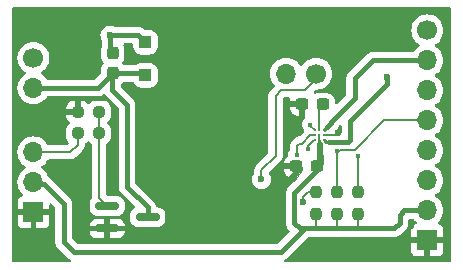
<source format=gtl>
G04 #@! TF.GenerationSoftware,KiCad,Pcbnew,8.0.4*
G04 #@! TF.CreationDate,2024-09-19T17:48:01+02:00*
G04 #@! TF.ProjectId,vibration-motor,76696272-6174-4696-9f6e-2d6d6f746f72,rev?*
G04 #@! TF.SameCoordinates,Original*
G04 #@! TF.FileFunction,Copper,L1,Top*
G04 #@! TF.FilePolarity,Positive*
%FSLAX46Y46*%
G04 Gerber Fmt 4.6, Leading zero omitted, Abs format (unit mm)*
G04 Created by KiCad (PCBNEW 8.0.4) date 2024-09-19 17:48:01*
%MOMM*%
%LPD*%
G01*
G04 APERTURE LIST*
G04 Aperture macros list*
%AMRoundRect*
0 Rectangle with rounded corners*
0 $1 Rounding radius*
0 $2 $3 $4 $5 $6 $7 $8 $9 X,Y pos of 4 corners*
0 Add a 4 corners polygon primitive as box body*
4,1,4,$2,$3,$4,$5,$6,$7,$8,$9,$2,$3,0*
0 Add four circle primitives for the rounded corners*
1,1,$1+$1,$2,$3*
1,1,$1+$1,$4,$5*
1,1,$1+$1,$6,$7*
1,1,$1+$1,$8,$9*
0 Add four rect primitives between the rounded corners*
20,1,$1+$1,$2,$3,$4,$5,0*
20,1,$1+$1,$4,$5,$6,$7,0*
20,1,$1+$1,$6,$7,$8,$9,0*
20,1,$1+$1,$8,$9,$2,$3,0*%
G04 Aperture macros list end*
G04 #@! TA.AperFunction,Conductor*
%ADD10C,0.001000*%
G04 #@! TD*
G04 #@! TA.AperFunction,Conductor*
%ADD11C,0.050000*%
G04 #@! TD*
G04 #@! TA.AperFunction,ComponentPad*
%ADD12R,1.700000X1.700000*%
G04 #@! TD*
G04 #@! TA.AperFunction,ComponentPad*
%ADD13O,1.700000X1.700000*%
G04 #@! TD*
G04 #@! TA.AperFunction,SMDPad,CuDef*
%ADD14RoundRect,0.237500X0.250000X0.237500X-0.250000X0.237500X-0.250000X-0.237500X0.250000X-0.237500X0*%
G04 #@! TD*
G04 #@! TA.AperFunction,SMDPad,CuDef*
%ADD15RoundRect,0.237500X-0.250000X-0.237500X0.250000X-0.237500X0.250000X0.237500X-0.250000X0.237500X0*%
G04 #@! TD*
G04 #@! TA.AperFunction,SMDPad,CuDef*
%ADD16RoundRect,0.237500X0.237500X-0.300000X0.237500X0.300000X-0.237500X0.300000X-0.237500X-0.300000X0*%
G04 #@! TD*
G04 #@! TA.AperFunction,ComponentPad*
%ADD17C,1.700000*%
G04 #@! TD*
G04 #@! TA.AperFunction,SMDPad,CuDef*
%ADD18RoundRect,0.237500X0.237500X-0.250000X0.237500X0.250000X-0.237500X0.250000X-0.237500X-0.250000X0*%
G04 #@! TD*
G04 #@! TA.AperFunction,BGAPad,CuDef*
%ADD19C,0.250000*%
G04 #@! TD*
G04 #@! TA.AperFunction,SMDPad,CuDef*
%ADD20C,0.250000*%
G04 #@! TD*
G04 #@! TA.AperFunction,BGAPad,CuDef*
%ADD21C,0.200000*%
G04 #@! TD*
G04 #@! TA.AperFunction,SMDPad,CuDef*
%ADD22RoundRect,0.162500X-0.837500X-0.162500X0.837500X-0.162500X0.837500X0.162500X-0.837500X0.162500X0*%
G04 #@! TD*
G04 #@! TA.AperFunction,SMDPad,CuDef*
%ADD23RoundRect,0.237500X0.300000X0.237500X-0.300000X0.237500X-0.300000X-0.237500X0.300000X-0.237500X0*%
G04 #@! TD*
G04 #@! TA.AperFunction,SMDPad,CuDef*
%ADD24RoundRect,0.250000X-0.300000X0.300000X-0.300000X-0.300000X0.300000X-0.300000X0.300000X0.300000X0*%
G04 #@! TD*
G04 #@! TA.AperFunction,SMDPad,CuDef*
%ADD25RoundRect,0.237500X-0.300000X-0.237500X0.300000X-0.237500X0.300000X0.237500X-0.300000X0.237500X0*%
G04 #@! TD*
G04 #@! TA.AperFunction,ViaPad*
%ADD26C,0.600000*%
G04 #@! TD*
G04 #@! TA.AperFunction,ViaPad*
%ADD27C,0.450000*%
G04 #@! TD*
G04 #@! TA.AperFunction,Conductor*
%ADD28C,0.150000*%
G04 #@! TD*
G04 #@! TA.AperFunction,Conductor*
%ADD29C,0.200000*%
G04 #@! TD*
G04 #@! TA.AperFunction,Conductor*
%ADD30C,0.400000*%
G04 #@! TD*
G04 #@! TA.AperFunction,Conductor*
%ADD31C,0.250000*%
G04 #@! TD*
G04 APERTURE END LIST*
D10*
X96230000Y-60040000D02*
X95840000Y-60050000D01*
X95840000Y-58520000D01*
X95880000Y-58430000D01*
X96230000Y-60040000D01*
G04 #@! TA.AperFunction,Conductor*
G36*
X96230000Y-60040000D02*
G01*
X95840000Y-60050000D01*
X95840000Y-58520000D01*
X95880000Y-58430000D01*
X96230000Y-60040000D01*
G37*
G04 #@! TD.AperFunction*
X96230000Y-58600000D02*
X96310000Y-60270000D01*
X96060000Y-60160000D01*
X96120000Y-58430000D01*
X96230000Y-58600000D01*
G04 #@! TA.AperFunction,Conductor*
G36*
X96230000Y-58600000D02*
G01*
X96310000Y-60270000D01*
X96060000Y-60160000D01*
X96120000Y-58430000D01*
X96230000Y-58600000D01*
G37*
G04 #@! TD.AperFunction*
D11*
X94560000Y-60780000D02*
X93890000Y-61740000D01*
X93340000Y-61480000D01*
X93760000Y-60940000D01*
X93580000Y-60770000D01*
X94560000Y-60530000D01*
X94560000Y-60780000D01*
G04 #@! TA.AperFunction,Conductor*
G36*
X94560000Y-60780000D02*
G01*
X93890000Y-61740000D01*
X93340000Y-61480000D01*
X93760000Y-60940000D01*
X93580000Y-60770000D01*
X94560000Y-60530000D01*
X94560000Y-60780000D01*
G37*
G04 #@! TD.AperFunction*
D12*
X71800000Y-64380000D03*
D13*
X71800000Y-61840000D03*
X71800000Y-59300000D03*
D14*
X77375000Y-55892500D03*
X75550000Y-55892500D03*
D15*
X75537500Y-57687500D03*
X77362500Y-57687500D03*
D16*
X78525000Y-52625000D03*
X78525000Y-50900000D03*
D17*
X105150000Y-48975000D03*
D13*
X105150000Y-51515000D03*
X105150000Y-54055000D03*
X105150000Y-56595000D03*
X105150000Y-59135000D03*
X105150000Y-61675000D03*
X105150000Y-64215000D03*
D12*
X105150000Y-66755000D03*
D18*
X95750000Y-64500000D03*
X95750000Y-62675000D03*
D17*
X95740000Y-52650000D03*
D13*
X93200000Y-52650000D03*
D19*
X96400000Y-58250000D03*
D20*
X96000000Y-58250000D03*
D19*
X95600000Y-58250000D03*
X96400000Y-57850000D03*
D20*
X96000000Y-57850000D03*
D19*
X95600000Y-57850000D03*
X96400000Y-57450000D03*
D21*
X96000000Y-57450000D03*
D19*
X95600000Y-57450000D03*
D22*
X78050000Y-63850000D03*
X78050000Y-65750000D03*
X81470000Y-64800000D03*
D18*
X99250000Y-64500000D03*
X99250000Y-62675000D03*
D17*
X71800000Y-51310000D03*
D13*
X71800000Y-53850000D03*
D18*
X97500000Y-64500000D03*
X97500000Y-62675000D03*
D23*
X96275000Y-55250000D03*
X94550000Y-55250000D03*
D24*
X81275000Y-49975000D03*
X81275000Y-52775000D03*
D25*
X94050000Y-60500000D03*
X95775000Y-60500000D03*
D26*
X78275000Y-49375000D03*
X92800000Y-61650000D03*
X91250000Y-58900000D03*
X98500000Y-67000000D03*
X103750000Y-65500000D03*
X72000000Y-66600000D03*
X97600000Y-54750000D03*
X93440000Y-57730000D03*
X97575000Y-57650000D03*
D27*
X95250000Y-56950000D03*
X99250000Y-59600000D03*
X94090000Y-59540000D03*
D26*
X101700000Y-52950000D03*
D27*
X95070000Y-59000000D03*
X97500000Y-59210000D03*
D26*
X94600000Y-63550000D03*
X91100000Y-61600000D03*
D28*
X96000000Y-58250000D02*
X96000000Y-57850000D01*
D29*
X95070000Y-59000000D02*
X95070000Y-58780000D01*
X95070000Y-58780000D02*
X95575000Y-58275000D01*
X95600000Y-57850000D02*
X95250000Y-57850000D01*
X94320000Y-58560000D02*
X94090000Y-58790000D01*
X95250000Y-57850000D02*
X94540000Y-58560000D01*
X94540000Y-58560000D02*
X94320000Y-58560000D01*
X94090000Y-58790000D02*
X94090000Y-59540000D01*
D30*
X81470000Y-63970000D02*
X81470000Y-64800000D01*
X79720000Y-62250000D02*
X79750000Y-62250000D01*
X79720000Y-55260000D02*
X79720000Y-62250000D01*
X78525000Y-52625000D02*
X81125000Y-52625000D01*
X78475000Y-54015000D02*
X79720000Y-55260000D01*
D29*
X78485000Y-52665000D02*
X78525000Y-52625000D01*
D30*
X78510000Y-52610000D02*
X78525000Y-52625000D01*
X78525000Y-52625000D02*
X78475000Y-52675000D01*
X71800000Y-53850000D02*
X77300000Y-53850000D01*
X78475000Y-52675000D02*
X78475000Y-54015000D01*
D29*
X81125000Y-52625000D02*
X81275000Y-52775000D01*
D30*
X77300000Y-53850000D02*
X78525000Y-52625000D01*
X79750000Y-62250000D02*
X81470000Y-63970000D01*
D29*
X97500000Y-64500000D02*
X97500000Y-65750000D01*
D30*
X78275000Y-49375000D02*
X78275000Y-50650000D01*
X102850000Y-65250000D02*
X102850000Y-64570000D01*
X95500000Y-65750000D02*
X94750000Y-65750000D01*
X71920000Y-61960000D02*
X72660000Y-61960000D01*
X98250000Y-65750000D02*
X102350000Y-65750000D01*
X74350000Y-63650000D02*
X74350000Y-66900000D01*
X102850000Y-64570000D02*
X103210000Y-64210000D01*
X102350000Y-65750000D02*
X102850000Y-65250000D01*
X95500000Y-65750000D02*
X97500000Y-65750000D01*
D29*
X99250000Y-64500000D02*
X99250000Y-65750000D01*
D30*
X71800000Y-61840000D02*
X71920000Y-61960000D01*
X103210000Y-64210000D02*
X105145000Y-64210000D01*
X94350000Y-65750000D02*
X94750000Y-65750000D01*
X75200000Y-67750000D02*
X92750000Y-67750000D01*
X93850000Y-65250000D02*
X94350000Y-65750000D01*
X80675000Y-49375000D02*
X81275000Y-49975000D01*
D29*
X95900000Y-60500000D02*
X95775000Y-60500000D01*
D30*
X78275000Y-50650000D02*
X78525000Y-50900000D01*
D31*
X96000000Y-60275000D02*
X96000000Y-58250000D01*
D30*
X93850000Y-62790000D02*
X93850000Y-65250000D01*
D29*
X95750000Y-64500000D02*
X95750000Y-65750000D01*
D30*
X78275000Y-49375000D02*
X80675000Y-49375000D01*
X95900000Y-60500000D02*
X95900000Y-60740000D01*
X95900000Y-60740000D02*
X93850000Y-62790000D01*
X92750000Y-67750000D02*
X94750000Y-65750000D01*
X97500000Y-65750000D02*
X99250000Y-65750000D01*
X105145000Y-64210000D02*
X105150000Y-64215000D01*
X74350000Y-66900000D02*
X75200000Y-67750000D01*
X72660000Y-61960000D02*
X74350000Y-63650000D01*
D29*
X95775000Y-60500000D02*
X96000000Y-60275000D01*
X96000000Y-55525000D02*
X96275000Y-55250000D01*
X96000000Y-57450000D02*
X96000000Y-55525000D01*
X96400211Y-57849789D02*
X96400000Y-57850000D01*
X97375211Y-57849789D02*
X96400211Y-57849789D01*
X97575000Y-57650000D02*
X97375211Y-57849789D01*
X94050000Y-60500000D02*
X94050000Y-60310000D01*
X95000000Y-55250000D02*
X94550000Y-55250000D01*
X95250000Y-57087500D02*
X95250000Y-56950000D01*
X95600000Y-57437500D02*
X95250000Y-57087500D01*
X95600000Y-57450000D02*
X95600000Y-57437500D01*
X99250000Y-59600000D02*
X99250000Y-62675000D01*
X96650000Y-57200000D02*
X96650000Y-57190000D01*
D30*
X101500000Y-51510000D02*
X100540000Y-51510000D01*
D31*
X96400000Y-57450000D02*
X96650000Y-57200000D01*
D30*
X100540000Y-51510000D02*
X99000000Y-53050000D01*
X99000000Y-54700000D02*
X97000000Y-56700000D01*
X101505000Y-51515000D02*
X105150000Y-51515000D01*
X97000000Y-56840000D02*
X96650000Y-57190000D01*
X97000000Y-56700000D02*
X97000000Y-56840000D01*
X99000000Y-53050000D02*
X99000000Y-54700000D01*
X101700000Y-53550000D02*
X101700000Y-52950000D01*
D31*
X96425000Y-58250000D02*
X96575000Y-58400000D01*
D30*
X96850000Y-58400000D02*
X98450000Y-58400000D01*
D29*
X96400000Y-58250000D02*
X96412500Y-58250000D01*
D30*
X98600000Y-58250000D02*
X98600000Y-56650000D01*
X98600000Y-56650000D02*
X101700000Y-53550000D01*
X98450000Y-58400000D02*
X98600000Y-58250000D01*
D31*
X96400000Y-58250000D02*
X96425000Y-58250000D01*
D29*
X96775000Y-58400000D02*
X96825000Y-58450000D01*
X101700000Y-52950000D02*
X101700000Y-53000000D01*
D31*
X96575000Y-58400000D02*
X96775000Y-58400000D01*
D29*
X105125000Y-49000000D02*
X105150000Y-48975000D01*
X99020000Y-59070000D02*
X101500000Y-56590000D01*
X97660000Y-59210000D02*
X97800000Y-59070000D01*
X97500000Y-59210000D02*
X97660000Y-59210000D01*
X105145000Y-56590000D02*
X105150000Y-56595000D01*
X97800000Y-59070000D02*
X99020000Y-59070000D01*
X97500000Y-59210000D02*
X97500000Y-62675000D01*
X101500000Y-56590000D02*
X105145000Y-56590000D01*
X75537500Y-58662500D02*
X75537500Y-57687500D01*
X72200000Y-59700000D02*
X71800000Y-59300000D01*
X72000000Y-59500000D02*
X71800000Y-59300000D01*
X75537500Y-57687500D02*
X75512500Y-57662500D01*
X71800000Y-59300000D02*
X74900000Y-59300000D01*
X74900000Y-59300000D02*
X75537500Y-58662500D01*
X77362500Y-57687500D02*
X77375000Y-57675000D01*
X77362500Y-57687500D02*
X77362500Y-63162500D01*
X77362500Y-63162500D02*
X78050000Y-63850000D01*
X77362500Y-57687500D02*
X77537500Y-57512500D01*
X77375000Y-57675000D02*
X77375000Y-55612500D01*
X92750000Y-54050000D02*
X94800000Y-54050000D01*
X94600000Y-63100000D02*
X95025000Y-62675000D01*
X95025000Y-62675000D02*
X95750000Y-62675000D01*
X94600000Y-63550000D02*
X94600000Y-63100000D01*
X91100000Y-61600000D02*
X91100000Y-60800000D01*
X92300000Y-59600000D02*
X92300000Y-54500000D01*
X91100000Y-60800000D02*
X92300000Y-59600000D01*
X95740000Y-53110000D02*
X95740000Y-52400000D01*
X94800000Y-54050000D02*
X95740000Y-53110000D01*
X92300000Y-54500000D02*
X92750000Y-54050000D01*
G04 #@! TA.AperFunction,Conductor*
G36*
X107065800Y-47020185D02*
G01*
X107111555Y-47072989D01*
X107122761Y-47124500D01*
X107122761Y-68497290D01*
X107103076Y-68564329D01*
X107050272Y-68610084D01*
X106998761Y-68621290D01*
X93100405Y-68621290D01*
X93033366Y-68601605D01*
X92987611Y-68548801D01*
X92977667Y-68479643D01*
X93006692Y-68416087D01*
X93052952Y-68382729D01*
X93059708Y-68379930D01*
X93081811Y-68370775D01*
X93196543Y-68294114D01*
X95003838Y-66486819D01*
X95065161Y-66453334D01*
X95091519Y-66450500D01*
X102418996Y-66450500D01*
X102510040Y-66432389D01*
X102554328Y-66423580D01*
X102618069Y-66397177D01*
X102681807Y-66370777D01*
X102681808Y-66370776D01*
X102681811Y-66370775D01*
X102796543Y-66294114D01*
X103394114Y-65696543D01*
X103470775Y-65581811D01*
X103475395Y-65570659D01*
X103504662Y-65500000D01*
X103523580Y-65454328D01*
X103546843Y-65337379D01*
X103550500Y-65318996D01*
X103550500Y-65034500D01*
X103570185Y-64967461D01*
X103622989Y-64921706D01*
X103674500Y-64910500D01*
X103923788Y-64910500D01*
X103990827Y-64930185D01*
X104025362Y-64963376D01*
X104045923Y-64992740D01*
X104111503Y-65086399D01*
X104111504Y-65086400D01*
X104111505Y-65086401D01*
X104233819Y-65208715D01*
X104267303Y-65270036D01*
X104262319Y-65339728D01*
X104220448Y-65395662D01*
X104189471Y-65412577D01*
X104057912Y-65461646D01*
X104057906Y-65461649D01*
X103942812Y-65547809D01*
X103942809Y-65547812D01*
X103856649Y-65662906D01*
X103856645Y-65662913D01*
X103806403Y-65797620D01*
X103806401Y-65797627D01*
X103800000Y-65857155D01*
X103800000Y-66505000D01*
X104716988Y-66505000D01*
X104684075Y-66562007D01*
X104650000Y-66689174D01*
X104650000Y-66820826D01*
X104684075Y-66947993D01*
X104716988Y-67005000D01*
X103800000Y-67005000D01*
X103800000Y-67652844D01*
X103806401Y-67712372D01*
X103806403Y-67712379D01*
X103856645Y-67847086D01*
X103856649Y-67847093D01*
X103942809Y-67962187D01*
X103942812Y-67962190D01*
X104057906Y-68048350D01*
X104057913Y-68048354D01*
X104192620Y-68098596D01*
X104192627Y-68098598D01*
X104252155Y-68104999D01*
X104252172Y-68105000D01*
X104900000Y-68105000D01*
X104900000Y-67188012D01*
X104957007Y-67220925D01*
X105084174Y-67255000D01*
X105215826Y-67255000D01*
X105342993Y-67220925D01*
X105400000Y-67188012D01*
X105400000Y-68105000D01*
X106047828Y-68105000D01*
X106047844Y-68104999D01*
X106107372Y-68098598D01*
X106107379Y-68098596D01*
X106242086Y-68048354D01*
X106242093Y-68048350D01*
X106357187Y-67962190D01*
X106357190Y-67962187D01*
X106443350Y-67847093D01*
X106443354Y-67847086D01*
X106493596Y-67712379D01*
X106493598Y-67712372D01*
X106499999Y-67652844D01*
X106500000Y-67652827D01*
X106500000Y-67005000D01*
X105583012Y-67005000D01*
X105615925Y-66947993D01*
X105650000Y-66820826D01*
X105650000Y-66689174D01*
X105615925Y-66562007D01*
X105583012Y-66505000D01*
X106500000Y-66505000D01*
X106500000Y-65857172D01*
X106499999Y-65857155D01*
X106493598Y-65797627D01*
X106493596Y-65797620D01*
X106443354Y-65662913D01*
X106443350Y-65662906D01*
X106357190Y-65547812D01*
X106357187Y-65547809D01*
X106242093Y-65461649D01*
X106242088Y-65461646D01*
X106110528Y-65412577D01*
X106054595Y-65370705D01*
X106030178Y-65305241D01*
X106045030Y-65236968D01*
X106066175Y-65208720D01*
X106188495Y-65086401D01*
X106324035Y-64892830D01*
X106423903Y-64678663D01*
X106485063Y-64450408D01*
X106505659Y-64215000D01*
X106485063Y-63979592D01*
X106427744Y-63765671D01*
X106423905Y-63751344D01*
X106423904Y-63751343D01*
X106423903Y-63751337D01*
X106324035Y-63537171D01*
X106323510Y-63536420D01*
X106188494Y-63343597D01*
X106021402Y-63176506D01*
X106021396Y-63176501D01*
X105835842Y-63046575D01*
X105792217Y-62991998D01*
X105785023Y-62922500D01*
X105816546Y-62860145D01*
X105835842Y-62843425D01*
X105906265Y-62794114D01*
X106021401Y-62713495D01*
X106188495Y-62546401D01*
X106324035Y-62352830D01*
X106423903Y-62138663D01*
X106485063Y-61910408D01*
X106505659Y-61675000D01*
X106505213Y-61669908D01*
X106489883Y-61494683D01*
X106485063Y-61439592D01*
X106423903Y-61211337D01*
X106324035Y-60997171D01*
X106304028Y-60968597D01*
X106188494Y-60803597D01*
X106021402Y-60636506D01*
X106021396Y-60636501D01*
X105835842Y-60506575D01*
X105792217Y-60451998D01*
X105785023Y-60382500D01*
X105816546Y-60320145D01*
X105835842Y-60303425D01*
X105910702Y-60251007D01*
X106021401Y-60173495D01*
X106188495Y-60006401D01*
X106324035Y-59812830D01*
X106423903Y-59598663D01*
X106485063Y-59370408D01*
X106505659Y-59135000D01*
X106505362Y-59131611D01*
X106496579Y-59031216D01*
X106485063Y-58899592D01*
X106423903Y-58671337D01*
X106324035Y-58457171D01*
X106304028Y-58428597D01*
X106188494Y-58263597D01*
X106021402Y-58096506D01*
X106021396Y-58096501D01*
X105835842Y-57966575D01*
X105792217Y-57911998D01*
X105785023Y-57842500D01*
X105816546Y-57780145D01*
X105835842Y-57763425D01*
X105998189Y-57649748D01*
X106021401Y-57633495D01*
X106188495Y-57466401D01*
X106324035Y-57272830D01*
X106423903Y-57058663D01*
X106485063Y-56830408D01*
X106505659Y-56595000D01*
X106485063Y-56359592D01*
X106423903Y-56131337D01*
X106324035Y-55917171D01*
X106324033Y-55917167D01*
X106188494Y-55723597D01*
X106021402Y-55556506D01*
X106021396Y-55556501D01*
X105835842Y-55426575D01*
X105792217Y-55371998D01*
X105785023Y-55302500D01*
X105816546Y-55240145D01*
X105835842Y-55223425D01*
X105877654Y-55194148D01*
X106021401Y-55093495D01*
X106188495Y-54926401D01*
X106324035Y-54732830D01*
X106423903Y-54518663D01*
X106485063Y-54290408D01*
X106505659Y-54055000D01*
X106485063Y-53819592D01*
X106430134Y-53614592D01*
X106423905Y-53591344D01*
X106423904Y-53591343D01*
X106423903Y-53591337D01*
X106324035Y-53377171D01*
X106301639Y-53345185D01*
X106188494Y-53183597D01*
X106021402Y-53016506D01*
X106021396Y-53016501D01*
X105835842Y-52886575D01*
X105792217Y-52831998D01*
X105785023Y-52762500D01*
X105816546Y-52700145D01*
X105835842Y-52683425D01*
X105950052Y-52603454D01*
X106021401Y-52553495D01*
X106188495Y-52386401D01*
X106324035Y-52192830D01*
X106423903Y-51978663D01*
X106485063Y-51750408D01*
X106505659Y-51515000D01*
X106485063Y-51279592D01*
X106430134Y-51074592D01*
X106423905Y-51051344D01*
X106423904Y-51051343D01*
X106423903Y-51051337D01*
X106324035Y-50837171D01*
X106323510Y-50836420D01*
X106188494Y-50643597D01*
X106021402Y-50476506D01*
X106021396Y-50476501D01*
X105835842Y-50346575D01*
X105792217Y-50291998D01*
X105785023Y-50222500D01*
X105816546Y-50160145D01*
X105835842Y-50143425D01*
X105858026Y-50127891D01*
X106021401Y-50013495D01*
X106188495Y-49846401D01*
X106324035Y-49652830D01*
X106423903Y-49438663D01*
X106485063Y-49210408D01*
X106505659Y-48975000D01*
X106485063Y-48739592D01*
X106423903Y-48511337D01*
X106324035Y-48297171D01*
X106188495Y-48103599D01*
X106188494Y-48103597D01*
X106021402Y-47936506D01*
X106021395Y-47936501D01*
X105827834Y-47800967D01*
X105827830Y-47800965D01*
X105827828Y-47800964D01*
X105613663Y-47701097D01*
X105613659Y-47701096D01*
X105613655Y-47701094D01*
X105385413Y-47639938D01*
X105385403Y-47639936D01*
X105150001Y-47619341D01*
X105149999Y-47619341D01*
X104914596Y-47639936D01*
X104914586Y-47639938D01*
X104686344Y-47701094D01*
X104686335Y-47701098D01*
X104472171Y-47800964D01*
X104472169Y-47800965D01*
X104278597Y-47936505D01*
X104111505Y-48103597D01*
X103975965Y-48297169D01*
X103975964Y-48297171D01*
X103876098Y-48511335D01*
X103876094Y-48511344D01*
X103814938Y-48739586D01*
X103814936Y-48739596D01*
X103794341Y-48974999D01*
X103794341Y-48975000D01*
X103814936Y-49210403D01*
X103814938Y-49210413D01*
X103876094Y-49438655D01*
X103876096Y-49438659D01*
X103876097Y-49438663D01*
X103929996Y-49554249D01*
X103975965Y-49652830D01*
X103975967Y-49652834D01*
X104111501Y-49846395D01*
X104111506Y-49846402D01*
X104278597Y-50013493D01*
X104278603Y-50013498D01*
X104464158Y-50143425D01*
X104507783Y-50198002D01*
X104514977Y-50267500D01*
X104483454Y-50329855D01*
X104464158Y-50346575D01*
X104278597Y-50476505D01*
X104111506Y-50643596D01*
X104028864Y-50761623D01*
X103974287Y-50805248D01*
X103927289Y-50814500D01*
X101606342Y-50814500D01*
X101582150Y-50812117D01*
X101568994Y-50809500D01*
X101568993Y-50809500D01*
X100608994Y-50809500D01*
X100471006Y-50809500D01*
X100471004Y-50809500D01*
X100335677Y-50836418D01*
X100335667Y-50836421D01*
X100208192Y-50889222D01*
X100093454Y-50965887D01*
X98455887Y-52603454D01*
X98379222Y-52718192D01*
X98326421Y-52845667D01*
X98326418Y-52845679D01*
X98300860Y-52974169D01*
X98300859Y-52974174D01*
X98299500Y-52981004D01*
X98299500Y-54358480D01*
X98279815Y-54425519D01*
X98263181Y-54446161D01*
X97524680Y-55184662D01*
X97463357Y-55218147D01*
X97393665Y-55213163D01*
X97337732Y-55171291D01*
X97313315Y-55105827D01*
X97312999Y-55096981D01*
X97312999Y-54963330D01*
X97312998Y-54963313D01*
X97302674Y-54862247D01*
X97248408Y-54698484D01*
X97157840Y-54551650D01*
X97035850Y-54429660D01*
X96902098Y-54347161D01*
X96889018Y-54339093D01*
X96889013Y-54339091D01*
X96849555Y-54326016D01*
X96725253Y-54284826D01*
X96725251Y-54284825D01*
X96624178Y-54274500D01*
X95925830Y-54274500D01*
X95925812Y-54274501D01*
X95824747Y-54284825D01*
X95824744Y-54284826D01*
X95707691Y-54323614D01*
X95637862Y-54326016D01*
X95577821Y-54290284D01*
X95546628Y-54227763D01*
X95554189Y-54158304D01*
X95581003Y-54118231D01*
X95657258Y-54041977D01*
X95718581Y-54008492D01*
X95734661Y-54006763D01*
X95734606Y-54006131D01*
X95782690Y-54001924D01*
X95975408Y-53985063D01*
X96203663Y-53923903D01*
X96417830Y-53824035D01*
X96611401Y-53688495D01*
X96778495Y-53521401D01*
X96914035Y-53327830D01*
X97013903Y-53113663D01*
X97075063Y-52885408D01*
X97095659Y-52650000D01*
X97075063Y-52414592D01*
X97013903Y-52186337D01*
X96914035Y-51972171D01*
X96908425Y-51964158D01*
X96778494Y-51778597D01*
X96611402Y-51611506D01*
X96611395Y-51611501D01*
X96417834Y-51475967D01*
X96417830Y-51475965D01*
X96417828Y-51475964D01*
X96203663Y-51376097D01*
X96203659Y-51376096D01*
X96203655Y-51376094D01*
X95975413Y-51314938D01*
X95975403Y-51314936D01*
X95740001Y-51294341D01*
X95739999Y-51294341D01*
X95504596Y-51314936D01*
X95504586Y-51314938D01*
X95276344Y-51376094D01*
X95276335Y-51376098D01*
X95062171Y-51475964D01*
X95062169Y-51475965D01*
X94868597Y-51611505D01*
X94701505Y-51778597D01*
X94571575Y-51964158D01*
X94516998Y-52007783D01*
X94447500Y-52014977D01*
X94385145Y-51983454D01*
X94368425Y-51964158D01*
X94238494Y-51778597D01*
X94071402Y-51611506D01*
X94071395Y-51611501D01*
X93877834Y-51475967D01*
X93877830Y-51475965D01*
X93877828Y-51475964D01*
X93663663Y-51376097D01*
X93663659Y-51376096D01*
X93663655Y-51376094D01*
X93435413Y-51314938D01*
X93435403Y-51314936D01*
X93200001Y-51294341D01*
X93199999Y-51294341D01*
X92964596Y-51314936D01*
X92964586Y-51314938D01*
X92736344Y-51376094D01*
X92736335Y-51376098D01*
X92522171Y-51475964D01*
X92522169Y-51475965D01*
X92328597Y-51611505D01*
X92161505Y-51778597D01*
X92025965Y-51972169D01*
X92025964Y-51972171D01*
X91926098Y-52186335D01*
X91926094Y-52186344D01*
X91864938Y-52414586D01*
X91864936Y-52414596D01*
X91844341Y-52649999D01*
X91844341Y-52650000D01*
X91864936Y-52885403D01*
X91864938Y-52885413D01*
X91926094Y-53113655D01*
X91926096Y-53113659D01*
X91926097Y-53113663D01*
X91953379Y-53172169D01*
X92025965Y-53327830D01*
X92025967Y-53327834D01*
X92072533Y-53394336D01*
X92155681Y-53513084D01*
X92161501Y-53521395D01*
X92161506Y-53521402D01*
X92207753Y-53567649D01*
X92241238Y-53628972D01*
X92236254Y-53698664D01*
X92207753Y-53743011D01*
X91819481Y-54131282D01*
X91819479Y-54131285D01*
X91769361Y-54218094D01*
X91769359Y-54218096D01*
X91740425Y-54268209D01*
X91740424Y-54268210D01*
X91734476Y-54290408D01*
X91699499Y-54420943D01*
X91699499Y-54420945D01*
X91699499Y-54589046D01*
X91699500Y-54589059D01*
X91699500Y-59299902D01*
X91679815Y-59366941D01*
X91663181Y-59387583D01*
X90619481Y-60431282D01*
X90619479Y-60431285D01*
X90569361Y-60518094D01*
X90569359Y-60518096D01*
X90540425Y-60568209D01*
X90540424Y-60568210D01*
X90533916Y-60592500D01*
X90499499Y-60720943D01*
X90499499Y-60720945D01*
X90499499Y-60889046D01*
X90499500Y-60889059D01*
X90499500Y-61017587D01*
X90479815Y-61084626D01*
X90472450Y-61094896D01*
X90470186Y-61097734D01*
X90374211Y-61250476D01*
X90314631Y-61420745D01*
X90314630Y-61420750D01*
X90294435Y-61599996D01*
X90294435Y-61600003D01*
X90314630Y-61779249D01*
X90314631Y-61779254D01*
X90374211Y-61949523D01*
X90439084Y-62052767D01*
X90470184Y-62102262D01*
X90597738Y-62229816D01*
X90750478Y-62325789D01*
X90893436Y-62375812D01*
X90920745Y-62385368D01*
X90920750Y-62385369D01*
X91099996Y-62405565D01*
X91100000Y-62405565D01*
X91100004Y-62405565D01*
X91279249Y-62385369D01*
X91279252Y-62385368D01*
X91279255Y-62385368D01*
X91449522Y-62325789D01*
X91602262Y-62229816D01*
X91729816Y-62102262D01*
X91825789Y-61949522D01*
X91885368Y-61779255D01*
X91885369Y-61779249D01*
X91905565Y-61600003D01*
X91905565Y-61599996D01*
X91885369Y-61420750D01*
X91885368Y-61420745D01*
X91825787Y-61250473D01*
X91752205Y-61133369D01*
X91733204Y-61066133D01*
X91753571Y-60999298D01*
X91769508Y-60979726D01*
X92658506Y-60090727D01*
X92658511Y-60090724D01*
X92668714Y-60080520D01*
X92668716Y-60080520D01*
X92780520Y-59968716D01*
X92832187Y-59879225D01*
X92854058Y-59841343D01*
X92857360Y-59838195D01*
X92859452Y-59832086D01*
X92859573Y-59831791D01*
X92859577Y-59831785D01*
X92900500Y-59679058D01*
X92900500Y-59520943D01*
X92900500Y-55536654D01*
X93512501Y-55536654D01*
X93522819Y-55637652D01*
X93577046Y-55801300D01*
X93577051Y-55801311D01*
X93667552Y-55948034D01*
X93667555Y-55948038D01*
X93789461Y-56069944D01*
X93789465Y-56069947D01*
X93936188Y-56160448D01*
X93936199Y-56160453D01*
X94099847Y-56214680D01*
X94200851Y-56224999D01*
X94300000Y-56224998D01*
X94300000Y-55500000D01*
X93512501Y-55500000D01*
X93512501Y-55536654D01*
X92900500Y-55536654D01*
X92900500Y-54800097D01*
X92920185Y-54733058D01*
X92936819Y-54712416D01*
X92962416Y-54686819D01*
X93023739Y-54653334D01*
X93050097Y-54650500D01*
X93421298Y-54650500D01*
X93488337Y-54670185D01*
X93534092Y-54722989D01*
X93544036Y-54792147D01*
X93539004Y-54813503D01*
X93522819Y-54862346D01*
X93512500Y-54963345D01*
X93512500Y-55000000D01*
X94676000Y-55000000D01*
X94743039Y-55019685D01*
X94788794Y-55072489D01*
X94800000Y-55124000D01*
X94800000Y-56235962D01*
X94820298Y-56273135D01*
X94815314Y-56342827D01*
X94786814Y-56387174D01*
X94679191Y-56494797D01*
X94592210Y-56633225D01*
X94538212Y-56787544D01*
X94519909Y-56949996D01*
X94519909Y-56950003D01*
X94538212Y-57112455D01*
X94592210Y-57266774D01*
X94679192Y-57405204D01*
X94683533Y-57410647D01*
X94681157Y-57412541D01*
X94708180Y-57462030D01*
X94703196Y-57531722D01*
X94674695Y-57576069D01*
X94327584Y-57923181D01*
X94266261Y-57956666D01*
X94245583Y-57958889D01*
X94240943Y-57959500D01*
X94088213Y-58000423D01*
X94057397Y-58018216D01*
X94057396Y-58018216D01*
X93951287Y-58079477D01*
X93951282Y-58079481D01*
X93609479Y-58421284D01*
X93588762Y-58457169D01*
X93578179Y-58475500D01*
X93530423Y-58558215D01*
X93489499Y-58710943D01*
X93489499Y-58710945D01*
X93489499Y-58879046D01*
X93489500Y-58879059D01*
X93489500Y-59096325D01*
X93470494Y-59162297D01*
X93432210Y-59223224D01*
X93378212Y-59377544D01*
X93359909Y-59539996D01*
X93359909Y-59539999D01*
X93361282Y-59552188D01*
X93349225Y-59621009D01*
X93303162Y-59671604D01*
X93289462Y-59680054D01*
X93167553Y-59801964D01*
X93079551Y-59944637D01*
X93077900Y-59946121D01*
X93022819Y-60112347D01*
X93012500Y-60213345D01*
X93012500Y-60250000D01*
X93905741Y-60250000D01*
X93920543Y-60251668D01*
X93920618Y-60251007D01*
X94089996Y-60270091D01*
X94090000Y-60270091D01*
X94090001Y-60270091D01*
X94101859Y-60268754D01*
X94162116Y-60261965D01*
X94230937Y-60274019D01*
X94282317Y-60321367D01*
X94300000Y-60385185D01*
X94300000Y-60626000D01*
X94280315Y-60693039D01*
X94227511Y-60738794D01*
X94176000Y-60750000D01*
X93012501Y-60750000D01*
X93012501Y-60786654D01*
X93022819Y-60887652D01*
X93077046Y-61051300D01*
X93077051Y-61051311D01*
X93167552Y-61198034D01*
X93167555Y-61198038D01*
X93289461Y-61319944D01*
X93289465Y-61319947D01*
X93436188Y-61410448D01*
X93436199Y-61410453D01*
X93599847Y-61464680D01*
X93700851Y-61474999D01*
X93874979Y-61474999D01*
X93942019Y-61494683D01*
X93987774Y-61547487D01*
X93997718Y-61616645D01*
X93968693Y-61680201D01*
X93962661Y-61686680D01*
X93305890Y-62343451D01*
X93305884Y-62343458D01*
X93263734Y-62406542D01*
X93263734Y-62406543D01*
X93229223Y-62458191D01*
X93229222Y-62458193D01*
X93176421Y-62585667D01*
X93176418Y-62585677D01*
X93149500Y-62721004D01*
X93149500Y-62721007D01*
X93149500Y-65181006D01*
X93149500Y-65318994D01*
X93149500Y-65318996D01*
X93149499Y-65318996D01*
X93176418Y-65454322D01*
X93176421Y-65454332D01*
X93229222Y-65581807D01*
X93305887Y-65696545D01*
X93471661Y-65862319D01*
X93505146Y-65923642D01*
X93500162Y-65993334D01*
X93471661Y-66037681D01*
X92496162Y-67013181D01*
X92434839Y-67046666D01*
X92408481Y-67049500D01*
X75541519Y-67049500D01*
X75474480Y-67029815D01*
X75453838Y-67013181D01*
X75086819Y-66646162D01*
X75053334Y-66584839D01*
X75050500Y-66558481D01*
X75050500Y-66000000D01*
X76553085Y-66000000D01*
X76556064Y-66032792D01*
X76556067Y-66032802D01*
X76603927Y-66186392D01*
X76687163Y-66324080D01*
X76800919Y-66437836D01*
X76938603Y-66521070D01*
X77092207Y-66568934D01*
X77158957Y-66575000D01*
X77800000Y-66575000D01*
X78300000Y-66575000D01*
X78941043Y-66575000D01*
X79007792Y-66568934D01*
X79161396Y-66521070D01*
X79299080Y-66437836D01*
X79412836Y-66324080D01*
X79496072Y-66186392D01*
X79543932Y-66032802D01*
X79543935Y-66032792D01*
X79546914Y-66000000D01*
X78300000Y-66000000D01*
X78300000Y-66575000D01*
X77800000Y-66575000D01*
X77800000Y-66000000D01*
X76553085Y-66000000D01*
X75050500Y-66000000D01*
X75050500Y-65499999D01*
X76553085Y-65499999D01*
X76553085Y-65500000D01*
X77800000Y-65500000D01*
X78300000Y-65500000D01*
X79546915Y-65500000D01*
X79546914Y-65499999D01*
X79543935Y-65467207D01*
X79543932Y-65467197D01*
X79496072Y-65313607D01*
X79412836Y-65175919D01*
X79299080Y-65062163D01*
X79161396Y-64978929D01*
X79007792Y-64931065D01*
X78941043Y-64925000D01*
X78300000Y-64925000D01*
X78300000Y-65500000D01*
X77800000Y-65500000D01*
X77800000Y-64925000D01*
X77158957Y-64925000D01*
X77092207Y-64931065D01*
X76938603Y-64978929D01*
X76800919Y-65062163D01*
X76687163Y-65175919D01*
X76603927Y-65313607D01*
X76556067Y-65467197D01*
X76556064Y-65467207D01*
X76553085Y-65499999D01*
X75050500Y-65499999D01*
X75050500Y-63581010D01*
X75050500Y-63581007D01*
X75049746Y-63577218D01*
X75023580Y-63445672D01*
X75015385Y-63425887D01*
X74970777Y-63318192D01*
X74894112Y-63203454D01*
X73106551Y-61415893D01*
X73106545Y-61415888D01*
X73106543Y-61415886D01*
X73106540Y-61415884D01*
X73105354Y-61414911D01*
X73104608Y-61413950D01*
X73102236Y-61411578D01*
X73102535Y-61411278D01*
X73071626Y-61371454D01*
X72974035Y-61162171D01*
X72952891Y-61131973D01*
X72838494Y-60968597D01*
X72671402Y-60801506D01*
X72671396Y-60801501D01*
X72485842Y-60671575D01*
X72442217Y-60616998D01*
X72435023Y-60547500D01*
X72466546Y-60485145D01*
X72485842Y-60468425D01*
X72538885Y-60431284D01*
X72671401Y-60338495D01*
X72838495Y-60171401D01*
X72974035Y-59977830D01*
X72976707Y-59972097D01*
X73022878Y-59919658D01*
X73089091Y-59900500D01*
X74813331Y-59900500D01*
X74813347Y-59900501D01*
X74820943Y-59900501D01*
X74979054Y-59900501D01*
X74979057Y-59900501D01*
X75131785Y-59859577D01*
X75195664Y-59822696D01*
X75268716Y-59780520D01*
X75380520Y-59668716D01*
X75380520Y-59668714D01*
X75390724Y-59658511D01*
X75390728Y-59658506D01*
X75896006Y-59153228D01*
X75896011Y-59153224D01*
X75906214Y-59143020D01*
X75906216Y-59143020D01*
X76018020Y-59031216D01*
X76090614Y-58905479D01*
X76090615Y-58905478D01*
X76093236Y-58900936D01*
X76097077Y-58894285D01*
X76138000Y-58741557D01*
X76138000Y-58645110D01*
X76157685Y-58578071D01*
X76196901Y-58539573D01*
X76248350Y-58507840D01*
X76362319Y-58393871D01*
X76423642Y-58360386D01*
X76493334Y-58365370D01*
X76537681Y-58393871D01*
X76651650Y-58507840D01*
X76703097Y-58539572D01*
X76749821Y-58591517D01*
X76762000Y-58645110D01*
X76762000Y-63075830D01*
X76761999Y-63075848D01*
X76761999Y-63149014D01*
X76742314Y-63216053D01*
X76725680Y-63236695D01*
X76686767Y-63275607D01*
X76686766Y-63275608D01*
X76603469Y-63413397D01*
X76555569Y-63567116D01*
X76549500Y-63633911D01*
X76549500Y-64066098D01*
X76555568Y-64132882D01*
X76555571Y-64132893D01*
X76603467Y-64286598D01*
X76603468Y-64286600D01*
X76603469Y-64286602D01*
X76686764Y-64424388D01*
X76686765Y-64424389D01*
X76686767Y-64424392D01*
X76800608Y-64538233D01*
X76800610Y-64538234D01*
X76800612Y-64538236D01*
X76938398Y-64621531D01*
X77092113Y-64669430D01*
X77158909Y-64675500D01*
X78941090Y-64675499D01*
X78941097Y-64675499D01*
X79007882Y-64669431D01*
X79007885Y-64669430D01*
X79007887Y-64669430D01*
X79161602Y-64621531D01*
X79299388Y-64538236D01*
X79413236Y-64424388D01*
X79496531Y-64286602D01*
X79544430Y-64132887D01*
X79550500Y-64066091D01*
X79550499Y-63633910D01*
X79550499Y-63633909D01*
X79550499Y-63633901D01*
X79544431Y-63567117D01*
X79544428Y-63567106D01*
X79496532Y-63413401D01*
X79496531Y-63413400D01*
X79496531Y-63413398D01*
X79413236Y-63275612D01*
X79413234Y-63275610D01*
X79413233Y-63275608D01*
X79299391Y-63161766D01*
X79161602Y-63078469D01*
X79059249Y-63046575D01*
X79007887Y-63030570D01*
X79007885Y-63030569D01*
X79007883Y-63030569D01*
X78961117Y-63026319D01*
X78941091Y-63024500D01*
X78941088Y-63024500D01*
X78125097Y-63024500D01*
X78058058Y-63004815D01*
X78037416Y-62988181D01*
X77999319Y-62950084D01*
X77965834Y-62888761D01*
X77963000Y-62862403D01*
X77963000Y-58645110D01*
X77982685Y-58578071D01*
X78021901Y-58539573D01*
X78073350Y-58507840D01*
X78195340Y-58385850D01*
X78285908Y-58239016D01*
X78340174Y-58075253D01*
X78350500Y-57974177D01*
X78350499Y-57400824D01*
X78340174Y-57299747D01*
X78285908Y-57135984D01*
X78195340Y-56989150D01*
X78090121Y-56883931D01*
X78056636Y-56822608D01*
X78061620Y-56752916D01*
X78090121Y-56708569D01*
X78102975Y-56695715D01*
X78207840Y-56590850D01*
X78298408Y-56444016D01*
X78352674Y-56280253D01*
X78363000Y-56179177D01*
X78362999Y-55605824D01*
X78352674Y-55504747D01*
X78298408Y-55340984D01*
X78207840Y-55194150D01*
X78085850Y-55072160D01*
X77968860Y-55000000D01*
X77939018Y-54981593D01*
X77939013Y-54981591D01*
X77937569Y-54981112D01*
X77775253Y-54927326D01*
X77775251Y-54927325D01*
X77674178Y-54917000D01*
X77075830Y-54917000D01*
X77075812Y-54917001D01*
X76974747Y-54927325D01*
X76810984Y-54981592D01*
X76810981Y-54981593D01*
X76664151Y-55072159D01*
X76549827Y-55186483D01*
X76488504Y-55219967D01*
X76418812Y-55214983D01*
X76374465Y-55186482D01*
X76260538Y-55072555D01*
X76260534Y-55072552D01*
X76113811Y-54982051D01*
X76113800Y-54982046D01*
X75950152Y-54927819D01*
X75849154Y-54917500D01*
X75800000Y-54917500D01*
X75800000Y-56018500D01*
X75780315Y-56085539D01*
X75727511Y-56131294D01*
X75676000Y-56142500D01*
X74562501Y-56142500D01*
X74562501Y-56179154D01*
X74572819Y-56280152D01*
X74627046Y-56443800D01*
X74627051Y-56443811D01*
X74717552Y-56590534D01*
X74717555Y-56590538D01*
X74822732Y-56695715D01*
X74856217Y-56757038D01*
X74851233Y-56826730D01*
X74822733Y-56871077D01*
X74704659Y-56989151D01*
X74614093Y-57135981D01*
X74614092Y-57135984D01*
X74559826Y-57299747D01*
X74559826Y-57299748D01*
X74559825Y-57299748D01*
X74549500Y-57400815D01*
X74549500Y-57974169D01*
X74549501Y-57974187D01*
X74559825Y-58075252D01*
X74614092Y-58239015D01*
X74614093Y-58239018D01*
X74704661Y-58385851D01*
X74747106Y-58428296D01*
X74780591Y-58489619D01*
X74775607Y-58559311D01*
X74747107Y-58603656D01*
X74687582Y-58663182D01*
X74626262Y-58696666D01*
X74599903Y-58699500D01*
X73089091Y-58699500D01*
X73022052Y-58679815D01*
X72976711Y-58627909D01*
X72974037Y-58622175D01*
X72974034Y-58622170D01*
X72974033Y-58622169D01*
X72893979Y-58507838D01*
X72838494Y-58428597D01*
X72671402Y-58261506D01*
X72671395Y-58261501D01*
X72477834Y-58125967D01*
X72477830Y-58125965D01*
X72414644Y-58096501D01*
X72263663Y-58026097D01*
X72263659Y-58026096D01*
X72263655Y-58026094D01*
X72035413Y-57964938D01*
X72035403Y-57964936D01*
X71800001Y-57944341D01*
X71799999Y-57944341D01*
X71564596Y-57964936D01*
X71564586Y-57964938D01*
X71336344Y-58026094D01*
X71336335Y-58026098D01*
X71122171Y-58125964D01*
X71122169Y-58125965D01*
X70928597Y-58261505D01*
X70761505Y-58428597D01*
X70625965Y-58622169D01*
X70625964Y-58622171D01*
X70526098Y-58836335D01*
X70526094Y-58836344D01*
X70464938Y-59064586D01*
X70464936Y-59064596D01*
X70444341Y-59299999D01*
X70444341Y-59300000D01*
X70464936Y-59535403D01*
X70464938Y-59535413D01*
X70526094Y-59763655D01*
X70526096Y-59763659D01*
X70526097Y-59763663D01*
X70589906Y-59900501D01*
X70625965Y-59977830D01*
X70625967Y-59977834D01*
X70761501Y-60171395D01*
X70761506Y-60171402D01*
X70928597Y-60338493D01*
X70928603Y-60338498D01*
X71114158Y-60468425D01*
X71157783Y-60523002D01*
X71164977Y-60592500D01*
X71133454Y-60654855D01*
X71114158Y-60671575D01*
X70928597Y-60801505D01*
X70761505Y-60968597D01*
X70625965Y-61162169D01*
X70625964Y-61162171D01*
X70552392Y-61319947D01*
X70528375Y-61371453D01*
X70526098Y-61376335D01*
X70526094Y-61376344D01*
X70464938Y-61604586D01*
X70464936Y-61604596D01*
X70444341Y-61839999D01*
X70444341Y-61840000D01*
X70464936Y-62075403D01*
X70464938Y-62075413D01*
X70526094Y-62303655D01*
X70526096Y-62303659D01*
X70526097Y-62303663D01*
X70596355Y-62454332D01*
X70625965Y-62517830D01*
X70625967Y-62517834D01*
X70761501Y-62711395D01*
X70761506Y-62711402D01*
X70883818Y-62833714D01*
X70917303Y-62895037D01*
X70912319Y-62964729D01*
X70870447Y-63020662D01*
X70839471Y-63037577D01*
X70707912Y-63086646D01*
X70707906Y-63086649D01*
X70592812Y-63172809D01*
X70592809Y-63172812D01*
X70506649Y-63287906D01*
X70506645Y-63287913D01*
X70456403Y-63422620D01*
X70456401Y-63422627D01*
X70450000Y-63482155D01*
X70450000Y-64130000D01*
X71366988Y-64130000D01*
X71334075Y-64187007D01*
X71300000Y-64314174D01*
X71300000Y-64445826D01*
X71334075Y-64572993D01*
X71366988Y-64630000D01*
X70450000Y-64630000D01*
X70450000Y-65277844D01*
X70456401Y-65337372D01*
X70456403Y-65337379D01*
X70506645Y-65472086D01*
X70506649Y-65472093D01*
X70592809Y-65587187D01*
X70592812Y-65587190D01*
X70707906Y-65673350D01*
X70707913Y-65673354D01*
X70842620Y-65723596D01*
X70842627Y-65723598D01*
X70902155Y-65729999D01*
X70902172Y-65730000D01*
X71550000Y-65730000D01*
X71550000Y-64813012D01*
X71607007Y-64845925D01*
X71734174Y-64880000D01*
X71865826Y-64880000D01*
X71992993Y-64845925D01*
X72050000Y-64813012D01*
X72050000Y-65730000D01*
X72697828Y-65730000D01*
X72697844Y-65729999D01*
X72757372Y-65723598D01*
X72757379Y-65723596D01*
X72892086Y-65673354D01*
X72892093Y-65673350D01*
X73007187Y-65587190D01*
X73007190Y-65587187D01*
X73093350Y-65472093D01*
X73093354Y-65472086D01*
X73143596Y-65337379D01*
X73143598Y-65337372D01*
X73149999Y-65277844D01*
X73150000Y-65277827D01*
X73150000Y-64630000D01*
X72233012Y-64630000D01*
X72265925Y-64572993D01*
X72300000Y-64445826D01*
X72300000Y-64314174D01*
X72265925Y-64187007D01*
X72233012Y-64130000D01*
X73150000Y-64130000D01*
X73150000Y-63740019D01*
X73169685Y-63672980D01*
X73222489Y-63627225D01*
X73291647Y-63617281D01*
X73355203Y-63646306D01*
X73361681Y-63652338D01*
X73613181Y-63903838D01*
X73646666Y-63965161D01*
X73649500Y-63991519D01*
X73649500Y-66831006D01*
X73649500Y-66968994D01*
X73649500Y-66968996D01*
X73649499Y-66968996D01*
X73676418Y-67104322D01*
X73676421Y-67104332D01*
X73729222Y-67231807D01*
X73805887Y-67346545D01*
X74753454Y-68294112D01*
X74753457Y-68294114D01*
X74868189Y-68370775D01*
X74886098Y-68378193D01*
X74897048Y-68382729D01*
X74951451Y-68426570D01*
X74973516Y-68492864D01*
X74956237Y-68560564D01*
X74905099Y-68608174D01*
X74849595Y-68621290D01*
X70124500Y-68621290D01*
X70057461Y-68601605D01*
X70011706Y-68548801D01*
X70000500Y-68497290D01*
X70000500Y-55605845D01*
X74562500Y-55605845D01*
X74562500Y-55642500D01*
X75300000Y-55642500D01*
X75300000Y-54917500D01*
X75299999Y-54917499D01*
X75250861Y-54917500D01*
X75250843Y-54917501D01*
X75149847Y-54927819D01*
X74986199Y-54982046D01*
X74986188Y-54982051D01*
X74839465Y-55072552D01*
X74839461Y-55072555D01*
X74717555Y-55194461D01*
X74717552Y-55194465D01*
X74627051Y-55341188D01*
X74627046Y-55341199D01*
X74572819Y-55504847D01*
X74562500Y-55605845D01*
X70000500Y-55605845D01*
X70000500Y-51309999D01*
X70444341Y-51309999D01*
X70444341Y-51310000D01*
X70464936Y-51545403D01*
X70464938Y-51545413D01*
X70526094Y-51773655D01*
X70526096Y-51773659D01*
X70526097Y-51773663D01*
X70595112Y-51921666D01*
X70625965Y-51987830D01*
X70625967Y-51987834D01*
X70734281Y-52142521D01*
X70759100Y-52177967D01*
X70761501Y-52181395D01*
X70761506Y-52181402D01*
X70928597Y-52348493D01*
X70928603Y-52348498D01*
X71114158Y-52478425D01*
X71157783Y-52533002D01*
X71164977Y-52602500D01*
X71133454Y-52664855D01*
X71114158Y-52681575D01*
X70928597Y-52811505D01*
X70761505Y-52978597D01*
X70625965Y-53172169D01*
X70625964Y-53172171D01*
X70526098Y-53386335D01*
X70526094Y-53386344D01*
X70464938Y-53614586D01*
X70464936Y-53614596D01*
X70444341Y-53849999D01*
X70444341Y-53850000D01*
X70464936Y-54085403D01*
X70464938Y-54085413D01*
X70526094Y-54313655D01*
X70526096Y-54313659D01*
X70526097Y-54313663D01*
X70580188Y-54429661D01*
X70625965Y-54527830D01*
X70625967Y-54527834D01*
X70711860Y-54650501D01*
X70761505Y-54721401D01*
X70928599Y-54888495D01*
X70985288Y-54928189D01*
X71122165Y-55024032D01*
X71122167Y-55024033D01*
X71122170Y-55024035D01*
X71336337Y-55123903D01*
X71564592Y-55185063D01*
X71752918Y-55201539D01*
X71799999Y-55205659D01*
X71800000Y-55205659D01*
X71800001Y-55205659D01*
X71839234Y-55202226D01*
X72035408Y-55185063D01*
X72263663Y-55123903D01*
X72477830Y-55024035D01*
X72671401Y-54888495D01*
X72838495Y-54721401D01*
X72921136Y-54603376D01*
X72975713Y-54559752D01*
X73022711Y-54550500D01*
X77368996Y-54550500D01*
X77482962Y-54527830D01*
X77504328Y-54523580D01*
X77631811Y-54470775D01*
X77739736Y-54398661D01*
X77806414Y-54377784D01*
X77873794Y-54396269D01*
X77911729Y-54432873D01*
X77930885Y-54461542D01*
X77930888Y-54461546D01*
X78983181Y-55513838D01*
X79016666Y-55575161D01*
X79019500Y-55601519D01*
X79019500Y-62318993D01*
X79019500Y-62318995D01*
X79019499Y-62318995D01*
X79046418Y-62454322D01*
X79046421Y-62454332D01*
X79099221Y-62581804D01*
X79099228Y-62581817D01*
X79175885Y-62696541D01*
X79175888Y-62696545D01*
X79273454Y-62794111D01*
X79273462Y-62794117D01*
X79353711Y-62847738D01*
X79372502Y-62863159D01*
X80358299Y-63848956D01*
X80391784Y-63910279D01*
X80386800Y-63979971D01*
X80344928Y-64035904D01*
X80334768Y-64042754D01*
X80220608Y-64111766D01*
X80106766Y-64225608D01*
X80023469Y-64363397D01*
X79975569Y-64517116D01*
X79969500Y-64583911D01*
X79969500Y-65016098D01*
X79975568Y-65082882D01*
X79975571Y-65082893D01*
X80023467Y-65236598D01*
X80023468Y-65236600D01*
X80023469Y-65236602D01*
X80073277Y-65318994D01*
X80106766Y-65374391D01*
X80220608Y-65488233D01*
X80220610Y-65488234D01*
X80220612Y-65488236D01*
X80358398Y-65571531D01*
X80512113Y-65619430D01*
X80578909Y-65625500D01*
X82361090Y-65625499D01*
X82361097Y-65625499D01*
X82427882Y-65619431D01*
X82427885Y-65619430D01*
X82427887Y-65619430D01*
X82581602Y-65571531D01*
X82719388Y-65488236D01*
X82833236Y-65374388D01*
X82916531Y-65236602D01*
X82964430Y-65082887D01*
X82970500Y-65016091D01*
X82970499Y-64583910D01*
X82970499Y-64583909D01*
X82970499Y-64583901D01*
X82964431Y-64517117D01*
X82964428Y-64517106D01*
X82916532Y-64363401D01*
X82916531Y-64363400D01*
X82916531Y-64363398D01*
X82833236Y-64225612D01*
X82833234Y-64225610D01*
X82833233Y-64225608D01*
X82719391Y-64111766D01*
X82699509Y-64099747D01*
X82581602Y-64028469D01*
X82427887Y-63980570D01*
X82427885Y-63980569D01*
X82427883Y-63980569D01*
X82381117Y-63976319D01*
X82361091Y-63974500D01*
X82361088Y-63974500D01*
X82286883Y-63974500D01*
X82219844Y-63954815D01*
X82174089Y-63902011D01*
X82165266Y-63874692D01*
X82146785Y-63781785D01*
X82146784Y-63781781D01*
X82143580Y-63765672D01*
X82143580Y-63765671D01*
X82101052Y-63663000D01*
X82096636Y-63652338D01*
X82090778Y-63638195D01*
X82090771Y-63638182D01*
X82014115Y-63523459D01*
X81972811Y-63482155D01*
X81916542Y-63425886D01*
X80456819Y-61966162D01*
X80423334Y-61904839D01*
X80420500Y-61878481D01*
X80420500Y-55191006D01*
X80411655Y-55146544D01*
X80411655Y-55146541D01*
X80396938Y-55072555D01*
X80393580Y-55055672D01*
X80340775Y-54928189D01*
X80264114Y-54813457D01*
X80264112Y-54813454D01*
X79211819Y-53761161D01*
X79178334Y-53699838D01*
X79175500Y-53673480D01*
X79175500Y-53605707D01*
X79195185Y-53538668D01*
X79218380Y-53513084D01*
X79218243Y-53512947D01*
X79221050Y-53510139D01*
X79222595Y-53508436D01*
X79223339Y-53507846D01*
X79223350Y-53507840D01*
X79345340Y-53385850D01*
X79346233Y-53384401D01*
X79347104Y-53383617D01*
X79349821Y-53380183D01*
X79350407Y-53380647D01*
X79398180Y-53337679D01*
X79451771Y-53325500D01*
X80179092Y-53325500D01*
X80246131Y-53345185D01*
X80284636Y-53389271D01*
X80286395Y-53388187D01*
X80290185Y-53394331D01*
X80290186Y-53394334D01*
X80382288Y-53543656D01*
X80506344Y-53667712D01*
X80655666Y-53759814D01*
X80822203Y-53814999D01*
X80924991Y-53825500D01*
X81625008Y-53825499D01*
X81625016Y-53825498D01*
X81625019Y-53825498D01*
X81682893Y-53819586D01*
X81727797Y-53814999D01*
X81894334Y-53759814D01*
X82043656Y-53667712D01*
X82167712Y-53543656D01*
X82259814Y-53394334D01*
X82314999Y-53227797D01*
X82325500Y-53125009D01*
X82325499Y-52424992D01*
X82314999Y-52322203D01*
X82259814Y-52155666D01*
X82167712Y-52006344D01*
X82043656Y-51882288D01*
X81894334Y-51790186D01*
X81727797Y-51735001D01*
X81727795Y-51735000D01*
X81625010Y-51724500D01*
X80924998Y-51724500D01*
X80924980Y-51724501D01*
X80822203Y-51735000D01*
X80822200Y-51735001D01*
X80655668Y-51790185D01*
X80655663Y-51790187D01*
X80506342Y-51882289D01*
X80500451Y-51888181D01*
X80439128Y-51921666D01*
X80412770Y-51924500D01*
X79451771Y-51924500D01*
X79384732Y-51904815D01*
X79350132Y-51869570D01*
X79349821Y-51869817D01*
X79347528Y-51866917D01*
X79346233Y-51865598D01*
X79345340Y-51864150D01*
X79331371Y-51850181D01*
X79297886Y-51788858D01*
X79302870Y-51719166D01*
X79331371Y-51674819D01*
X79345340Y-51660850D01*
X79435908Y-51514016D01*
X79490174Y-51350253D01*
X79500500Y-51249177D01*
X79500499Y-50550824D01*
X79490174Y-50449747D01*
X79435908Y-50285984D01*
X79426977Y-50271505D01*
X79422716Y-50264596D01*
X79404276Y-50197204D01*
X79425199Y-50130541D01*
X79478841Y-50085771D01*
X79528255Y-50075500D01*
X80100501Y-50075500D01*
X80167540Y-50095185D01*
X80213295Y-50147989D01*
X80224501Y-50199500D01*
X80224501Y-50325018D01*
X80235000Y-50427796D01*
X80235001Y-50427799D01*
X80275764Y-50550812D01*
X80290186Y-50594334D01*
X80382288Y-50743656D01*
X80506344Y-50867712D01*
X80655666Y-50959814D01*
X80822203Y-51014999D01*
X80924991Y-51025500D01*
X81625008Y-51025499D01*
X81625016Y-51025498D01*
X81625019Y-51025498D01*
X81681302Y-51019748D01*
X81727797Y-51014999D01*
X81894334Y-50959814D01*
X82043656Y-50867712D01*
X82167712Y-50743656D01*
X82259814Y-50594334D01*
X82314999Y-50427797D01*
X82325500Y-50325009D01*
X82325499Y-49624992D01*
X82314999Y-49522203D01*
X82259814Y-49355666D01*
X82167712Y-49206344D01*
X82043656Y-49082288D01*
X81894334Y-48990186D01*
X81727797Y-48935001D01*
X81727795Y-48935000D01*
X81625016Y-48924500D01*
X81625009Y-48924500D01*
X81266519Y-48924500D01*
X81199480Y-48904815D01*
X81178842Y-48888185D01*
X81121543Y-48830886D01*
X81006811Y-48754225D01*
X81006812Y-48754225D01*
X81006807Y-48754222D01*
X80879332Y-48701421D01*
X80879322Y-48701418D01*
X80743996Y-48674500D01*
X80743994Y-48674500D01*
X80743993Y-48674500D01*
X78700494Y-48674500D01*
X78634523Y-48655494D01*
X78624525Y-48649212D01*
X78454254Y-48589631D01*
X78454249Y-48589630D01*
X78275004Y-48569435D01*
X78274996Y-48569435D01*
X78095750Y-48589630D01*
X78095745Y-48589631D01*
X77925476Y-48649211D01*
X77772737Y-48745184D01*
X77645184Y-48872737D01*
X77549211Y-49025476D01*
X77489631Y-49195745D01*
X77489630Y-49195750D01*
X77469435Y-49374996D01*
X77469435Y-49375003D01*
X77489630Y-49554249D01*
X77489631Y-49554254D01*
X77549212Y-49724525D01*
X77555492Y-49734519D01*
X77574500Y-49800493D01*
X77574500Y-50385454D01*
X77568206Y-50424457D01*
X77559826Y-50449744D01*
X77559825Y-50449748D01*
X77549500Y-50550815D01*
X77549500Y-51249169D01*
X77549501Y-51249187D01*
X77559825Y-51350252D01*
X77568390Y-51376098D01*
X77614092Y-51514016D01*
X77674224Y-51611506D01*
X77704661Y-51660851D01*
X77718629Y-51674819D01*
X77752114Y-51736142D01*
X77747130Y-51805834D01*
X77718629Y-51850181D01*
X77704661Y-51864148D01*
X77614093Y-52010981D01*
X77614092Y-52010984D01*
X77559826Y-52174747D01*
X77559826Y-52174748D01*
X77559825Y-52174748D01*
X77549500Y-52275815D01*
X77549500Y-52558480D01*
X77529815Y-52625519D01*
X77513181Y-52646161D01*
X77046162Y-53113181D01*
X76984839Y-53146666D01*
X76958481Y-53149500D01*
X73022711Y-53149500D01*
X72955672Y-53129815D01*
X72921136Y-53096623D01*
X72838494Y-52978597D01*
X72671402Y-52811506D01*
X72671396Y-52811501D01*
X72485842Y-52681575D01*
X72442217Y-52626998D01*
X72435023Y-52557500D01*
X72466546Y-52495145D01*
X72485842Y-52478425D01*
X72562169Y-52424980D01*
X72671401Y-52348495D01*
X72838495Y-52181401D01*
X72974035Y-51987830D01*
X73073903Y-51773663D01*
X73135063Y-51545408D01*
X73155659Y-51310000D01*
X73135063Y-51074592D01*
X73073903Y-50846337D01*
X72974035Y-50632171D01*
X72947542Y-50594334D01*
X72838494Y-50438597D01*
X72671402Y-50271506D01*
X72671395Y-50271501D01*
X72477834Y-50135967D01*
X72477830Y-50135965D01*
X72390377Y-50095185D01*
X72263663Y-50036097D01*
X72263659Y-50036096D01*
X72263655Y-50036094D01*
X72035413Y-49974938D01*
X72035403Y-49974936D01*
X71800001Y-49954341D01*
X71799999Y-49954341D01*
X71564596Y-49974936D01*
X71564586Y-49974938D01*
X71336344Y-50036094D01*
X71336335Y-50036098D01*
X71122171Y-50135964D01*
X71122169Y-50135965D01*
X70928597Y-50271505D01*
X70761505Y-50438597D01*
X70625965Y-50632169D01*
X70625964Y-50632171D01*
X70526098Y-50846335D01*
X70526094Y-50846344D01*
X70464938Y-51074586D01*
X70464936Y-51074596D01*
X70444341Y-51309999D01*
X70000500Y-51309999D01*
X70000500Y-47124500D01*
X70020185Y-47057461D01*
X70072989Y-47011706D01*
X70124500Y-47000500D01*
X106998761Y-47000500D01*
X107065800Y-47020185D01*
G37*
G04 #@! TD.AperFunction*
G04 #@! TA.AperFunction,Conductor*
G36*
X97838773Y-57015658D02*
G01*
X97886384Y-57066795D01*
X97899500Y-57122300D01*
X97899500Y-57575500D01*
X97879815Y-57642539D01*
X97827011Y-57688294D01*
X97775500Y-57699500D01*
X97430520Y-57699500D01*
X97363481Y-57679815D01*
X97317726Y-57627011D01*
X97307782Y-57557853D01*
X97336807Y-57494297D01*
X97342839Y-57487819D01*
X97544111Y-57286546D01*
X97544112Y-57286545D01*
X97544114Y-57286543D01*
X97620775Y-57171811D01*
X97660939Y-57074847D01*
X97704780Y-57020444D01*
X97771074Y-56998379D01*
X97838773Y-57015658D01*
G37*
G04 #@! TD.AperFunction*
M02*

</source>
